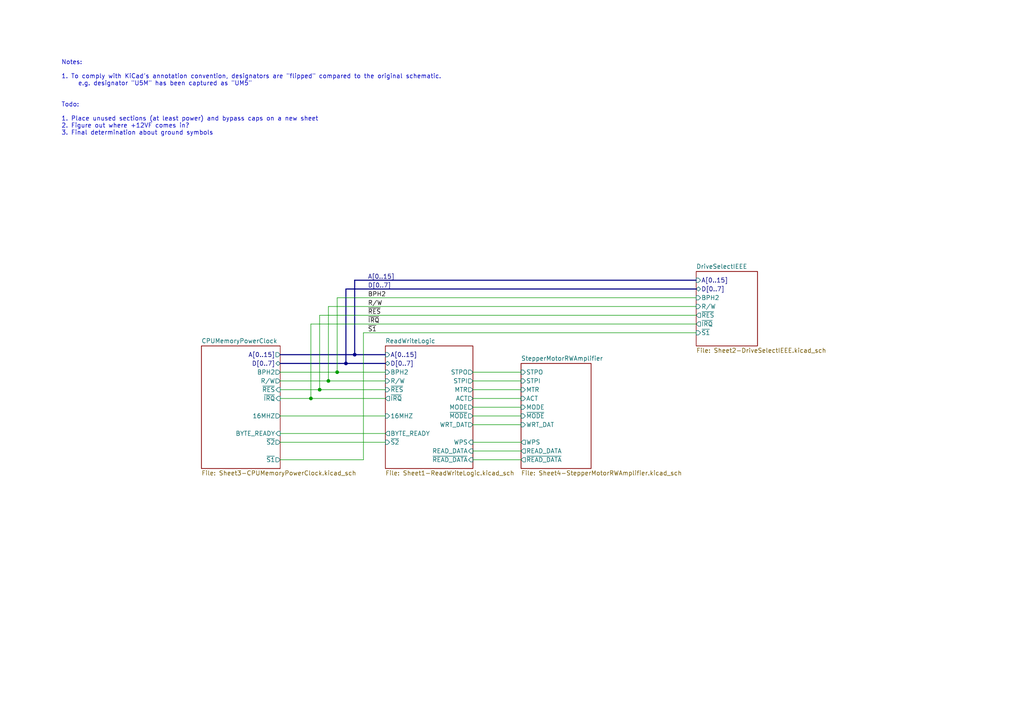
<source format=kicad_sch>
(kicad_sch (version 20230121) (generator eeschema)
  (paper "A4")
  (title_block (title "Commodore 2031") (comment 1 "Schematic 203138") (comment 2 "PCB Assembly 2031040"))
  (lib_symbols)
  (junction (at 90.17 115.57))
  (junction (at 102.87 102.87))
  (junction (at 97.79 107.95))
  (junction (at 100.33 105.41))
  (junction (at 95.25 110.49))
  (junction (at 92.71 113.03))
  (wire (pts (xy 97.79 107.95) (xy 111.76 107.95)))
  (wire (pts (xy 105.41 96.52) (xy 201.93 96.52)))
  (wire (pts (xy 137.16 128.27) (xy 151.13 128.27)))
  (wire (pts (xy 137.16 110.49) (xy 151.13 110.49)))
  (wire (pts (xy 81.28 128.27) (xy 111.76 128.27)))
  (wire (pts (xy 90.17 93.98) (xy 201.93 93.98)))
  (wire (pts (xy 137.16 120.65) (xy 151.13 120.65)))
  (bus (pts (xy 102.87 81.28) (xy 201.93 81.28)))
  (wire (pts (xy 137.16 107.95) (xy 151.13 107.95)))
  (wire (pts (xy 137.16 113.03) (xy 151.13 113.03)))
  (bus (pts (xy 100.33 83.82) (xy 100.33 105.41)))
  (wire (pts (xy 81.28 120.65) (xy 111.76 120.65)))
  (wire (pts (xy 111.76 115.57) (xy 90.17 115.57)))
  (wire (pts (xy 137.16 130.81) (xy 151.13 130.81)))
  (wire (pts (xy 137.16 133.35) (xy 151.13 133.35)))
  (bus (pts (xy 100.33 105.41) (xy 111.76 105.41)))
  (wire (pts (xy 92.71 91.44) (xy 201.93 91.44)))
  (wire (pts (xy 81.28 110.49) (xy 95.25 110.49)))
  (wire (pts (xy 81.28 115.57) (xy 90.17 115.57)))
  (wire (pts (xy 95.25 110.49) (xy 111.76 110.49)))
  (bus (pts (xy 81.28 102.87) (xy 102.87 102.87)))
  (bus (pts (xy 102.87 102.87) (xy 111.76 102.87)))
  (wire (pts (xy 137.16 123.19) (xy 151.13 123.19)))
  (wire (pts (xy 97.79 86.36) (xy 201.93 86.36)))
  (wire (pts (xy 95.25 88.9) (xy 201.93 88.9)))
  (bus (pts (xy 102.87 102.87) (xy 102.87 81.28)))
  (wire (pts (xy 81.28 133.35) (xy 105.41 133.35)))
  (bus (pts (xy 100.33 83.82) (xy 201.93 83.82)))
  (wire (pts (xy 81.28 107.95) (xy 97.79 107.95)))
  (wire (pts (xy 92.71 113.03) (xy 92.71 91.44)))
  (wire (pts (xy 111.76 113.03) (xy 92.71 113.03)))
  (wire (pts (xy 81.28 113.03) (xy 92.71 113.03)))
  (wire (pts (xy 105.41 133.35) (xy 105.41 96.52)))
  (wire (pts (xy 95.25 110.49) (xy 95.25 88.9)))
  (wire (pts (xy 137.16 118.11) (xy 151.13 118.11)))
  (wire (pts (xy 90.17 115.57) (xy 90.17 93.98)))
  (wire (pts (xy 81.28 125.73) (xy 111.76 125.73)))
  (bus (pts (xy 81.28 105.41) (xy 100.33 105.41)))
  (wire (pts (xy 137.16 115.57) (xy 151.13 115.57)))
  (wire (pts (xy 97.79 107.95) (xy 97.79 86.36)))
  (text "Notes:\n\n1. To comply with KiCad's annotation convention, designators are \"flipped\" compared to the original schematic.\n     e.g. designator \"U5M\" has been captured as \"UM5\"\n\n\nTodo:\n\n1. Place unused sections (at least power) and bypass caps on a new sheet\n2. Figure out where +12VF comes in?\n3. Final determination about ground symbols" (at 17.78 39.37 0) (effects (font (size 1.27 1.27)) (justify left bottom)))
  (label "A[0..15]" (at 106.68 81.28 0))
  (label "~{IRQ}" (at 106.68 93.98 0))
  (label "BPH2" (at 106.68 86.36 0))
  (label "D[0..7]" (at 106.68 83.82 0))
  (label "~{RES}" (at 106.68 91.44 0))
  (label "R{slash}W" (at 106.68 88.9 0))
  (label "~{S1}" (at 106.68 96.52 0))
  (sheet (at 58.42 100.33) (size 22.86 35.56) (stroke (width 0.1524))
    (property "Sheetname" "CPUMemoryPowerClock" (at 58.42 99.6184 0) (effects (justify left bottom)))
    (property "Sheetfile" "Sheet3-CPUMemoryPowerClock.kicad_sch" (at 58.42 136.4746 0) (effects (justify left top)))
    (pin "16MHZ" output (at 81.28 120.65 0))
    (pin "A[0..15]" output (at 81.28 102.87 0))
    (pin "R{slash}W" output (at 81.28 110.49 0))
    (pin "BPH2" output (at 81.28 107.95 0))
    (pin "D[0..7]" tri_state (at 81.28 105.41 0))
    (pin "~{S2}" output (at 81.28 128.27 0))
    (pin "~{S1}" output (at 81.28 133.35 0))
    (pin "~{RES}" input (at 81.28 113.03 0))
    (pin "BYTE_READY" input (at 81.28 125.73 0))
    (pin "~{IRQ}" input (at 81.28 115.57 0))
  )
  (sheet (at 111.76 100.33) (size 25.4 35.56) (stroke (width 0.1524))
    (property "Sheetname" "ReadWriteLogic" (at 111.76 99.6184 0) (effects (justify left bottom)))
    (property "Sheetfile" "Sheet1-ReadWriteLogic.kicad_sch" (at 111.76 136.4746 0) (effects (justify left top)))
    (pin "~{READ_DATA}" input (at 137.16 133.35 0))
    (pin "BPH2" input (at 111.76 107.95 180))
    (pin "R{slash}W" input (at 111.76 110.49 180))
    (pin "A[0..15]" input (at 111.76 102.87 180))
    (pin "~{RES}" input (at 111.76 113.03 180))
    (pin "~{IRQ}" output (at 111.76 115.57 180))
    (pin "~{S2}" input (at 111.76 128.27 180))
    (pin "STPI" output (at 137.16 110.49 0))
    (pin "ACT" output (at 137.16 115.57 0))
    (pin "MTR" output (at 137.16 113.03 0))
    (pin "STPO" output (at 137.16 107.95 0))
    (pin "WPS" input (at 137.16 128.27 0))
    (pin "MODE" output (at 137.16 118.11 0))
    (pin "D[0..7]" tri_state (at 111.76 105.41 180))
    (pin "WRT_DAT" output (at 137.16 123.19 0))
    (pin "~{MODE}" output (at 137.16 120.65 0))
    (pin "16MHZ" input (at 111.76 120.65 180))
    (pin "READ_DATA" input (at 137.16 130.81 0))
    (pin "BYTE_READY" output (at 111.76 125.73 180))
  )
  (sheet (at 201.93 78.74) (size 17.78 21.59) (stroke (width 0.1524))
    (property "Sheetname" "DriveSelectIEEE" (at 201.93 78.0284 0) (effects (justify left bottom)))
    (property "Sheetfile" "Sheet2-DriveSelectIEEE.kicad_sch" (at 201.93 100.9146 0) (effects (justify left top)))
    (pin "~{IRQ}" output (at 201.93 93.98 180))
    (pin "~{RES}" output (at 201.93 91.44 180))
    (pin "~{S1}" input (at 201.93 96.52 180))
    (pin "D[0..7]" tri_state (at 201.93 83.82 180))
    (pin "A[0..15]" input (at 201.93 81.28 180))
    (pin "R{slash}W" input (at 201.93 88.9 180))
    (pin "BPH2" input (at 201.93 86.36 180))
  )
  (sheet (at 151.13 105.41) (size 20.32 30.48) (stroke (width 0.1524))
    (property "Sheetname" "StepperMotorRWAmplifier" (at 151.13 104.6984 0) (effects (justify left bottom)))
    (property "Sheetfile" "Sheet4-StepperMotorRWAmplifier.kicad_sch" (at 151.13 136.4746 0) (effects (justify left top)))
    (pin "MODE" input (at 151.13 118.11 180))
    (pin "STPI" input (at 151.13 110.49 180))
    (pin "MTR" input (at 151.13 113.03 180))
    (pin "~{MODE}" input (at 151.13 120.65 180))
    (pin "STPO" input (at 151.13 107.95 180))
    (pin "ACT" input (at 151.13 115.57 180))
    (pin "WRT_DAT" input (at 151.13 123.19 180))
    (pin "READ_DATA" output (at 151.13 130.81 180))
    (pin "~{READ_DATA}" output (at 151.13 133.35 180))
    (pin "WPS" output (at 151.13 128.27 180))
  )
)
</source>
